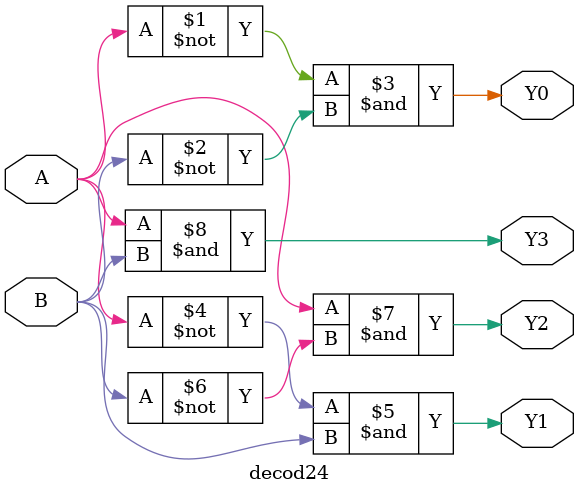
<source format=v>
module decod24 (A,B,Y0,Y1,Y2,Y3);
input A,B;
output Y0,Y1,Y2,Y3;

and(Y0,~A,~B);
and(Y1,~A,B);
and(Y2,A,~B);
and(Y3,A,B);


endmodule
</source>
